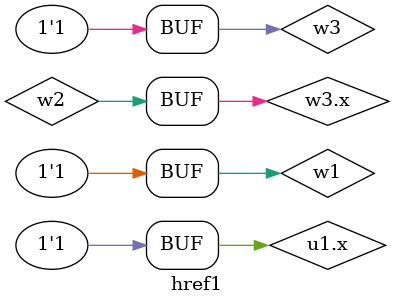
<source format=v>
module href1;

  assign w1 = u1.x;   // OK
  assign w2 = w3.x;   // Error
  assign w3 = 1'b1;

  sub u1();

  assign w3 = u1.x;   // OK

endmodule // href1

</source>
